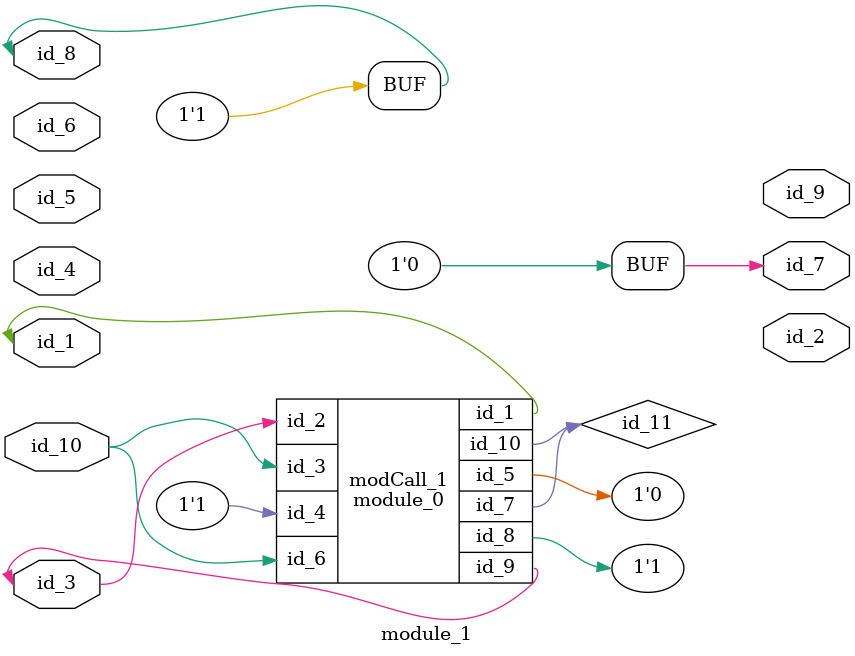
<source format=v>
module module_0 (
    id_1,
    id_2,
    id_3,
    id_4,
    id_5,
    id_6,
    id_7,
    id_8,
    id_9,
    id_10
);
  output wire id_10;
  output wire id_9;
  inout wire id_8;
  inout wire id_7;
  input wire id_6;
  output wire id_5;
  input wire id_4;
  input wire id_3;
  input wire id_2;
  inout wire id_1;
  assign id_5 = id_3;
endmodule
module module_1 (
    id_1,
    id_2,
    id_3,
    id_4,
    id_5,
    id_6,
    id_7,
    id_8,
    id_9,
    id_10
);
  input wire id_10;
  output wire id_9;
  inout wire id_8;
  output wire id_7;
  input wire id_6;
  input wire id_5;
  inout wire id_4;
  inout wire id_3;
  output wire id_2;
  inout wire id_1;
  wire id_11;
  assign id_7 = 1'b0;
  module_0 modCall_1 (
      id_1,
      id_3,
      id_10,
      id_8,
      id_7,
      id_10,
      id_11,
      id_8,
      id_3,
      id_11
  );
  assign id_8 = 1;
endmodule

</source>
